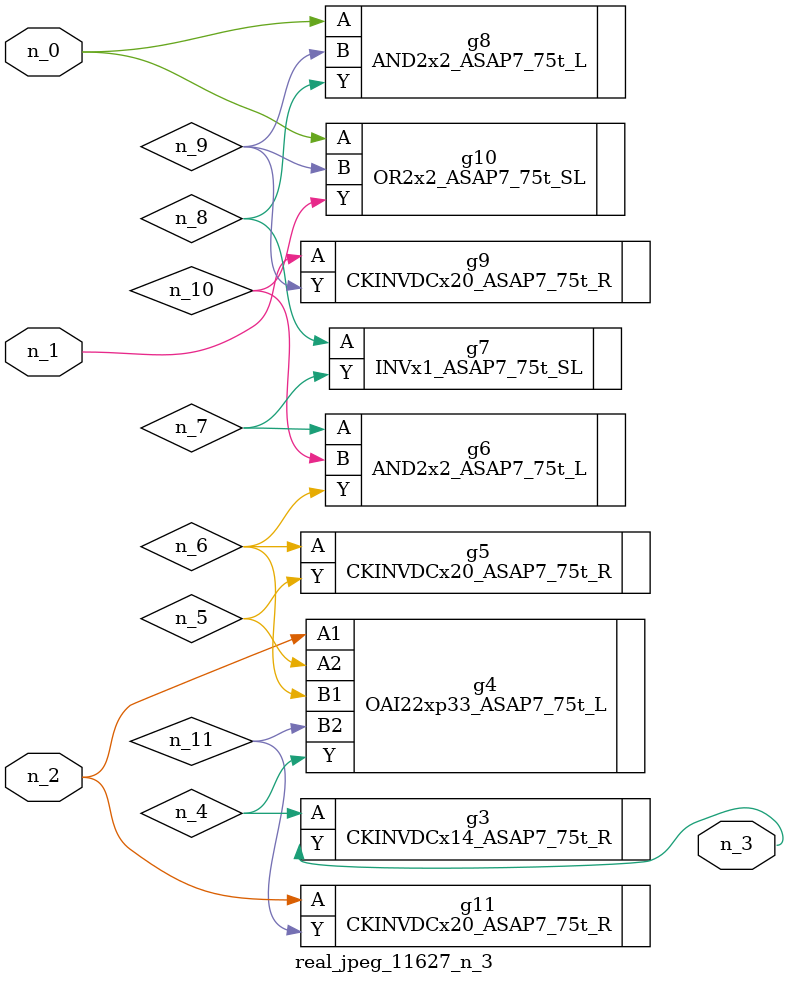
<source format=v>
module real_jpeg_11627_n_3 (n_1, n_0, n_2, n_3);

input n_1;
input n_0;
input n_2;

output n_3;

wire n_5;
wire n_4;
wire n_8;
wire n_11;
wire n_6;
wire n_7;
wire n_10;
wire n_9;

AND2x2_ASAP7_75t_L g8 ( 
.A(n_0),
.B(n_9),
.Y(n_8)
);

OR2x2_ASAP7_75t_SL g10 ( 
.A(n_0),
.B(n_9),
.Y(n_10)
);

CKINVDCx20_ASAP7_75t_R g9 ( 
.A(n_1),
.Y(n_9)
);

OAI22xp33_ASAP7_75t_L g4 ( 
.A1(n_2),
.A2(n_5),
.B1(n_6),
.B2(n_11),
.Y(n_4)
);

CKINVDCx20_ASAP7_75t_R g11 ( 
.A(n_2),
.Y(n_11)
);

CKINVDCx14_ASAP7_75t_R g3 ( 
.A(n_4),
.Y(n_3)
);

CKINVDCx20_ASAP7_75t_R g5 ( 
.A(n_6),
.Y(n_5)
);

AND2x2_ASAP7_75t_L g6 ( 
.A(n_7),
.B(n_10),
.Y(n_6)
);

INVx1_ASAP7_75t_SL g7 ( 
.A(n_8),
.Y(n_7)
);


endmodule
</source>
